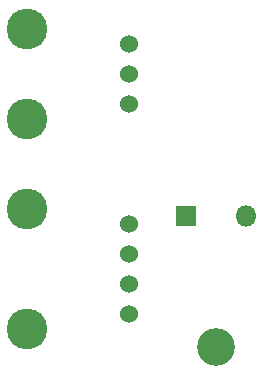
<source format=gbr>
%TF.GenerationSoftware,KiCad,Pcbnew,7.0.7*%
%TF.CreationDate,2023-11-06T00:52:22-06:00*%
%TF.ProjectId,ScienceHeaterElement_2023,53636965-6e63-4654-9865-61746572456c,rev?*%
%TF.SameCoordinates,Original*%
%TF.FileFunction,Soldermask,Top*%
%TF.FilePolarity,Negative*%
%FSLAX46Y46*%
G04 Gerber Fmt 4.6, Leading zero omitted, Abs format (unit mm)*
G04 Created by KiCad (PCBNEW 7.0.7) date 2023-11-06 00:52:22*
%MOMM*%
%LPD*%
G01*
G04 APERTURE LIST*
%ADD10C,3.450000*%
%ADD11C,1.524000*%
%ADD12O,3.200000X3.200000*%
%ADD13R,1.800000X1.800000*%
%ADD14O,1.800000X1.800000*%
G04 APERTURE END LIST*
D10*
%TO.C,Conn1*%
X61722000Y-38100000D03*
X61722000Y-45720000D03*
D11*
X70358000Y-39370000D03*
X70358000Y-41910000D03*
X70358000Y-44450000D03*
%TD*%
D12*
%TO.C,R1*%
X77724000Y-65010000D03*
D13*
X75184000Y-53910000D03*
D14*
X80264000Y-53910000D03*
%TD*%
D10*
%TO.C,Conn2*%
X61722000Y-53340000D03*
X61722000Y-63500000D03*
D11*
X70358000Y-54610000D03*
X70358000Y-57150000D03*
X70358000Y-59690000D03*
X70358000Y-62230000D03*
%TD*%
M02*

</source>
